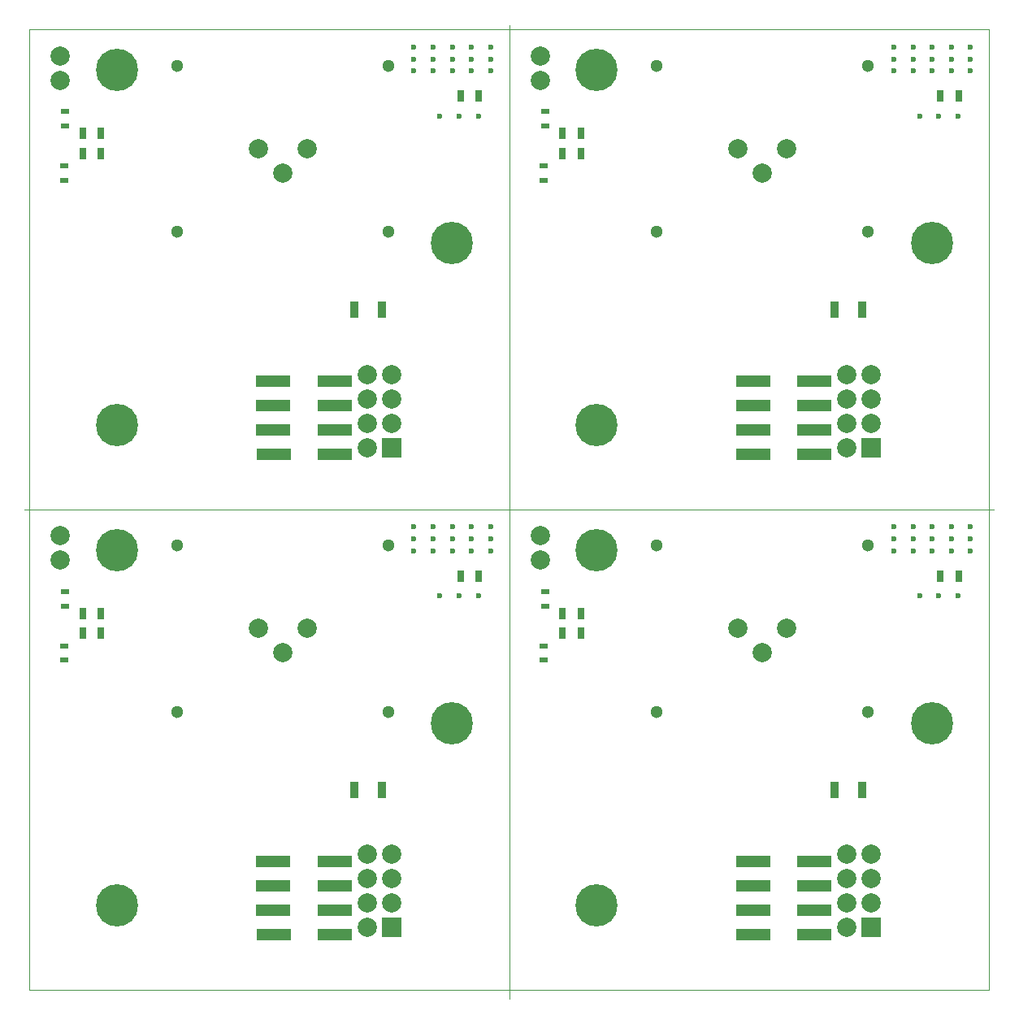
<source format=gbr>
G04 #@! TF.FileFunction,Soldermask,Bot*
%FSLAX46Y46*%
G04 Gerber Fmt 4.6, Leading zero omitted, Abs format (unit mm)*
G04 Created by KiCad (PCBNEW 4.0.4+dfsg1-stable) date Wed Mar  8 20:57:33 2017*
%MOMM*%
%LPD*%
G01*
G04 APERTURE LIST*
%ADD10C,0.100000*%
%ADD11R,0.700000X1.300000*%
%ADD12R,0.900000X1.700000*%
%ADD13R,0.900000X0.500000*%
%ADD14R,3.600000X1.270000*%
%ADD15C,2.000000*%
%ADD16C,1.300000*%
%ADD17R,2.000000X2.000000*%
%ADD18C,4.400000*%
%ADD19C,0.600000*%
G04 APERTURE END LIST*
D10*
X91000000Y-40000000D02*
X191000000Y-40000000D01*
X90500000Y-90000000D02*
X191500000Y-90000000D01*
X141000000Y-39500000D02*
X141000000Y-141000000D01*
X91000000Y-140000000D02*
X191000000Y-140000000D01*
X91000000Y-40000000D02*
X91000000Y-140000000D01*
X191000000Y-40000000D02*
X191000000Y-140000000D01*
D11*
X135900000Y-96900000D03*
X137800000Y-96900000D03*
X98450000Y-102900000D03*
X96550000Y-102900000D03*
X98450000Y-100800000D03*
X96550000Y-100800000D03*
D12*
X124850000Y-119200000D03*
X127750000Y-119200000D03*
D13*
X94700000Y-98550000D03*
X94700000Y-100050000D03*
X94600000Y-105700000D03*
X94600000Y-104200000D03*
D14*
X116400000Y-126660000D03*
X116400000Y-129200000D03*
X116400000Y-131740000D03*
X122800000Y-126660000D03*
X122800000Y-129200000D03*
X122775000Y-134280000D03*
X122800000Y-131740000D03*
X116425000Y-134280000D03*
D15*
X119900000Y-102400000D03*
X114820000Y-102400000D03*
X117360000Y-104940000D03*
D16*
X106360000Y-111050000D03*
X106360000Y-93750000D03*
X128360000Y-93750000D03*
X128360000Y-111050000D03*
D17*
X128700000Y-133540000D03*
D15*
X126160000Y-133540000D03*
X128700000Y-131000000D03*
X126160000Y-131000000D03*
X128700000Y-128460000D03*
X126160000Y-128460000D03*
X128700000Y-125920000D03*
X126160000Y-125920000D03*
D18*
X135000000Y-112250000D03*
D15*
X94200000Y-95270000D03*
X94200000Y-92730000D03*
D18*
X100100000Y-94200000D03*
X100100000Y-131200000D03*
D19*
X131050000Y-94300000D03*
X131050000Y-93050000D03*
X133750000Y-99000000D03*
X137750000Y-99000000D03*
X135750000Y-99000000D03*
X135050000Y-94300000D03*
X135050000Y-93050000D03*
X133050000Y-93050000D03*
X133050000Y-91800000D03*
X131050000Y-91800000D03*
X133050000Y-94300000D03*
X135050000Y-91800000D03*
X137050000Y-93050000D03*
X137050000Y-91800000D03*
X137050000Y-94300000D03*
X139050000Y-93050000D03*
X139050000Y-91800000D03*
X139050000Y-94300000D03*
D11*
X185900000Y-96900000D03*
X187800000Y-96900000D03*
X148450000Y-102900000D03*
X146550000Y-102900000D03*
X148450000Y-100800000D03*
X146550000Y-100800000D03*
D12*
X174850000Y-119200000D03*
X177750000Y-119200000D03*
D13*
X144700000Y-98550000D03*
X144700000Y-100050000D03*
X144600000Y-105700000D03*
X144600000Y-104200000D03*
D14*
X166400000Y-126660000D03*
X166400000Y-129200000D03*
X166400000Y-131740000D03*
X172800000Y-126660000D03*
X172800000Y-129200000D03*
X172775000Y-134280000D03*
X172800000Y-131740000D03*
X166425000Y-134280000D03*
D15*
X169900000Y-102400000D03*
X164820000Y-102400000D03*
X167360000Y-104940000D03*
D16*
X156360000Y-111050000D03*
X156360000Y-93750000D03*
X178360000Y-93750000D03*
X178360000Y-111050000D03*
D17*
X178700000Y-133540000D03*
D15*
X176160000Y-133540000D03*
X178700000Y-131000000D03*
X176160000Y-131000000D03*
X178700000Y-128460000D03*
X176160000Y-128460000D03*
X178700000Y-125920000D03*
X176160000Y-125920000D03*
D18*
X185000000Y-112250000D03*
D15*
X144200000Y-95270000D03*
X144200000Y-92730000D03*
D18*
X150100000Y-94200000D03*
X150100000Y-131200000D03*
D19*
X181050000Y-94300000D03*
X181050000Y-93050000D03*
X183750000Y-99000000D03*
X187750000Y-99000000D03*
X185750000Y-99000000D03*
X185050000Y-94300000D03*
X185050000Y-93050000D03*
X183050000Y-93050000D03*
X183050000Y-91800000D03*
X181050000Y-91800000D03*
X183050000Y-94300000D03*
X185050000Y-91800000D03*
X187050000Y-93050000D03*
X187050000Y-91800000D03*
X187050000Y-94300000D03*
X189050000Y-93050000D03*
X189050000Y-91800000D03*
X189050000Y-94300000D03*
D11*
X185900000Y-46900000D03*
X187800000Y-46900000D03*
X148450000Y-52900000D03*
X146550000Y-52900000D03*
X148450000Y-50800000D03*
X146550000Y-50800000D03*
D12*
X174850000Y-69200000D03*
X177750000Y-69200000D03*
D13*
X144700000Y-48550000D03*
X144700000Y-50050000D03*
X144600000Y-55700000D03*
X144600000Y-54200000D03*
D14*
X166400000Y-76660000D03*
X166400000Y-79200000D03*
X166400000Y-81740000D03*
X172800000Y-76660000D03*
X172800000Y-79200000D03*
X172775000Y-84280000D03*
X172800000Y-81740000D03*
X166425000Y-84280000D03*
D15*
X169900000Y-52400000D03*
X164820000Y-52400000D03*
X167360000Y-54940000D03*
D16*
X156360000Y-61050000D03*
X156360000Y-43750000D03*
X178360000Y-43750000D03*
X178360000Y-61050000D03*
D17*
X178700000Y-83540000D03*
D15*
X176160000Y-83540000D03*
X178700000Y-81000000D03*
X176160000Y-81000000D03*
X178700000Y-78460000D03*
X176160000Y-78460000D03*
X178700000Y-75920000D03*
X176160000Y-75920000D03*
D18*
X185000000Y-62250000D03*
D15*
X144200000Y-45270000D03*
X144200000Y-42730000D03*
D18*
X150100000Y-44200000D03*
X150100000Y-81200000D03*
D19*
X181050000Y-44300000D03*
X181050000Y-43050000D03*
X183750000Y-49000000D03*
X187750000Y-49000000D03*
X185750000Y-49000000D03*
X185050000Y-44300000D03*
X185050000Y-43050000D03*
X183050000Y-43050000D03*
X183050000Y-41800000D03*
X181050000Y-41800000D03*
X183050000Y-44300000D03*
X185050000Y-41800000D03*
X187050000Y-43050000D03*
X187050000Y-41800000D03*
X187050000Y-44300000D03*
X189050000Y-43050000D03*
X189050000Y-41800000D03*
X189050000Y-44300000D03*
X137050000Y-44300000D03*
X139050000Y-44300000D03*
X131050000Y-44300000D03*
X135050000Y-44300000D03*
X133050000Y-44300000D03*
X137050000Y-41800000D03*
X139050000Y-41800000D03*
X131050000Y-41800000D03*
X135050000Y-41800000D03*
X133050000Y-41800000D03*
X139050000Y-43050000D03*
X137050000Y-43050000D03*
X131050000Y-43050000D03*
X133050000Y-43050000D03*
X135050000Y-43050000D03*
X137750000Y-49000000D03*
X135750000Y-49000000D03*
X133750000Y-49000000D03*
D12*
X124850000Y-69200000D03*
X127750000Y-69200000D03*
D18*
X100100000Y-44200000D03*
X135000000Y-62250000D03*
D11*
X98450000Y-52900000D03*
X96550000Y-52900000D03*
X135900000Y-46900000D03*
X137800000Y-46900000D03*
X98450000Y-50800000D03*
X96550000Y-50800000D03*
D15*
X94200000Y-45270000D03*
X94200000Y-42730000D03*
D13*
X94700000Y-48550000D03*
X94700000Y-50050000D03*
X94600000Y-55700000D03*
X94600000Y-54200000D03*
D14*
X116400000Y-76660000D03*
X116400000Y-79200000D03*
X116400000Y-81740000D03*
X122800000Y-76660000D03*
X122800000Y-79200000D03*
X122775000Y-84280000D03*
X122800000Y-81740000D03*
X116425000Y-84280000D03*
D18*
X100100000Y-81200000D03*
D17*
X128700000Y-83540000D03*
D15*
X126160000Y-83540000D03*
X128700000Y-81000000D03*
X126160000Y-81000000D03*
X128700000Y-78460000D03*
X126160000Y-78460000D03*
X128700000Y-75920000D03*
X126160000Y-75920000D03*
X119900000Y-52400000D03*
X114820000Y-52400000D03*
X117360000Y-54940000D03*
D16*
X106360000Y-61050000D03*
X106360000Y-43750000D03*
X128360000Y-43750000D03*
X128360000Y-61050000D03*
M02*

</source>
